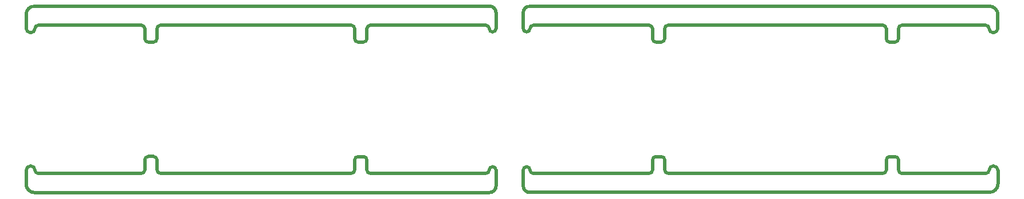
<source format=gbr>
%TF.GenerationSoftware,Altium Limited,Altium Designer,19.0.15 (446)*%
G04 Layer_Color=16711935*
%FSLAX45Y45*%
%MOMM*%
%TF.FileFunction,Other,Mechanical_1*%
%TF.Part,CustomerPanel*%
G01*
G75*
%TA.AperFunction,NonConductor*%
%ADD119C,0.50000*%
D119*
X16550040Y5900121D02*
G03*
X16599841Y5949922I0J49800D01*
G01*
X15259937Y5950121D02*
G03*
X15309937Y5900121I50000J0D01*
G01*
X15259937Y6099922D02*
G03*
X15210036Y6149822I-49900J0D01*
G01*
X15129836D02*
G03*
X15079836Y6099822I0J-50000D01*
G01*
X15029936Y5900021D02*
G03*
X15079836Y5949922I0J49900D01*
G01*
X11805997Y5950121D02*
G03*
X11856097Y5900021I50100J0D01*
G01*
X11805997Y6099822D02*
G03*
X11755997Y6149822I-50000J0D01*
G01*
X11676097D02*
G03*
X11626097Y6099822I0J-50000D01*
G01*
X11576197Y5899922D02*
G03*
X11626097Y5949822I0J49900D01*
G01*
X9815841Y5949922D02*
G03*
X9865841Y5899922I50000J0D01*
G01*
X9815841Y5949922D02*
G03*
X9765841Y5999921I-50000J0D01*
G01*
D02*
G03*
X9715841Y5949922I0J-50000D01*
G01*
X9313223D02*
G03*
X9263223Y5999921I-50000J0D01*
G01*
D02*
G03*
X9213223Y5949922I0J-50000D01*
G01*
X9163224Y5899922D02*
G03*
X9213223Y5949922I0J50000D01*
G01*
X7405146Y5949912D02*
G03*
X7455136Y5899922I49990J0D01*
G01*
X7405146Y6099922D02*
G03*
X7355146Y6149922I-50000J0D01*
G01*
X7275146D02*
G03*
X7225146Y6099922I0J-50000D01*
G01*
X7175884Y5900660D02*
G03*
X7225146Y5949922I0J49262D01*
G01*
X4303896Y5950650D02*
G03*
X4353886Y5900660I49990J0D01*
G01*
X4303896Y6100660D02*
G03*
X4253896Y6150660I-50000J0D01*
G01*
X4173896D02*
G03*
X4123886Y6100650I0J-50010D01*
G01*
X4073258Y5900032D02*
G03*
X4123886Y5950660I0J50628D01*
G01*
X2500000Y5949932D02*
G03*
X2549900Y5900032I49900J0D01*
G01*
X16598801Y8049900D02*
G03*
X16548900Y8099800I-49900J0D01*
G01*
X15308896D02*
G03*
X15258896Y8049800I0J-50000D01*
G01*
X15208997Y7850000D02*
G03*
X15258896Y7899900I0J49900D01*
G01*
X15078796Y7900000D02*
G03*
X15128796Y7850000I50000J0D01*
G01*
X15078796Y8049900D02*
G03*
X15028896Y8099800I-49900J0D01*
G01*
X11855056D02*
G03*
X11804956Y8049700I0J-50100D01*
G01*
X11754956Y7850000D02*
G03*
X11804956Y7900000I0J50000D01*
G01*
X11624956Y7900100D02*
G03*
X11675056Y7850000I50100J0D01*
G01*
X11624956Y8050000D02*
G03*
X11575057Y8099899I-49900J0D01*
G01*
X9864800D02*
G03*
X9814800Y8049900I0J-50000D01*
G01*
X9764800Y7999900D02*
G03*
X9814800Y8049900I0J50000D01*
G01*
X9714800D02*
G03*
X9764800Y7999900I50000J0D01*
G01*
X9263223D02*
G03*
X9313223Y8049900I0J50000D01*
G01*
X9213223D02*
G03*
X9263223Y7999900I50000J0D01*
G01*
X9213223Y8049900D02*
G03*
X9163224Y8099899I-50000J0D01*
G01*
X7455136D02*
G03*
X7405146Y8049909I0J-49990D01*
G01*
X7355146Y7849899D02*
G03*
X7405146Y7899900I0J50000D01*
G01*
X7225146Y7899899D02*
G03*
X7275146Y7849899I50000J0D01*
G01*
X7225146Y8049900D02*
G03*
X7175884Y8099162I-49262J0D01*
G01*
X4353886D02*
G03*
X4303896Y8049172I0J-49990D01*
G01*
X4253896Y7849162D02*
G03*
X4303896Y7899162I0J50000D01*
G01*
X4123886Y7899171D02*
G03*
X4173896Y7849162I50010J0D01*
G01*
X4123886Y8049162D02*
G03*
X4073258Y8099790I-50628J0D01*
G01*
X2549900D02*
G03*
X2500000Y8049890I0J-49900D01*
G01*
Y5949932D02*
G03*
X2438410Y6011521I-61590J0D01*
G01*
D02*
G03*
X2369820Y5942931I0J-68590D01*
G01*
Y5742281D02*
G03*
X2496820Y5615281I127000J0D01*
G01*
X9215120D02*
G03*
X9313223Y5713385I0J98103D01*
G01*
X9715841Y5712501D02*
G03*
X9811175Y5617167I95334J0D01*
G01*
X16730022Y5942921D02*
G03*
X16661430Y6011511I-68590J0D01*
G01*
D02*
G03*
X16599841Y5949922I0J-61590D01*
G01*
X16603021Y5617167D02*
G03*
X16730022Y5744167I0J127000D01*
G01*
X16728979Y8255655D02*
G03*
X16601981Y8382655I-127000J0D01*
G01*
X16598801Y8049900D02*
G03*
X16660390Y7988310I61590J0D01*
G01*
D02*
G03*
X16728979Y8056901I0J68590D01*
G01*
X9810134Y8382654D02*
G03*
X9714800Y8287320I0J-95334D01*
G01*
X9313223Y8286437D02*
G03*
X9215120Y8384540I-98103J0D01*
G01*
X2496820D02*
G03*
X2369820Y8257540I0J-127000D01*
G01*
Y8056890D02*
G03*
X2438410Y7988300I68590J0D01*
G01*
D02*
G03*
X2500000Y8049890I0J61590D01*
G01*
X15309937Y5900121D02*
X16550040D01*
X15259937Y5950121D02*
Y6099922D01*
X15129836Y6149822D02*
X15210036D01*
X15079836Y5949922D02*
Y6099822D01*
X11856097Y5900021D02*
X15029936D01*
X11805997Y5950121D02*
Y6099822D01*
X11676097Y6149822D02*
X11755997D01*
X11626097Y5949822D02*
Y6099822D01*
X9865841Y5899922D02*
X11576197D01*
X7455136Y5899922D02*
X9163224D01*
X7405146Y5949912D02*
Y6099922D01*
X7275146Y6149922D02*
X7355146D01*
X7225146Y5949922D02*
Y6099922D01*
X4353886Y5900660D02*
X7175884D01*
X4303896Y5950650D02*
Y6100660D01*
X4173896Y6150660D02*
X4253896D01*
X4123886Y5950660D02*
Y6100650D01*
X2549900Y5900032D02*
X4073258D01*
X15308896Y8099800D02*
X16548900D01*
X15258896Y7899900D02*
Y8049800D01*
X15128796Y7850000D02*
X15208997D01*
X15078796Y7900000D02*
Y8049900D01*
X11855056Y8099800D02*
X15028896D01*
X11804956Y7900000D02*
Y8049700D01*
X11675056Y7850000D02*
X11754956D01*
X11624956Y7900100D02*
Y8050000D01*
X9864800Y8099899D02*
X11575057D01*
X7455136D02*
X9163224D01*
X7405146Y7899900D02*
Y8049909D01*
X7275146Y7849899D02*
X7355146D01*
X7225146Y7899899D02*
Y8049900D01*
X4353886Y8099162D02*
X7175884D01*
X4303896Y7899162D02*
Y8049172D01*
X4173896Y7849162D02*
X4253896D01*
X4123886Y7899171D02*
Y8049162D01*
X2549900Y8099790D02*
X4073258D01*
X2369820Y5742281D02*
Y5942931D01*
X2496820Y5615281D02*
X9215120D01*
X9313223Y5713385D02*
Y5949922D01*
X9811175Y5617167D02*
X16249420Y5617167D01*
X9715841Y5712501D02*
Y5949922D01*
X16730022Y5744167D02*
Y5942921D01*
X16249420Y5617167D02*
X16603021D01*
X16248380Y8382655D02*
X16601981D01*
X16728979Y8056901D02*
Y8255655D01*
X9714800Y8049900D02*
Y8287320D01*
X9810134Y8382654D02*
X16248380Y8382655D01*
X9313223Y8049900D02*
Y8286437D01*
X2496820Y8384540D02*
X9215120D01*
X2369820Y8056890D02*
Y8257540D01*
%TF.MD5,be9c9cd93d2087d87dd1d8f80059b2a5*%
M02*

</source>
